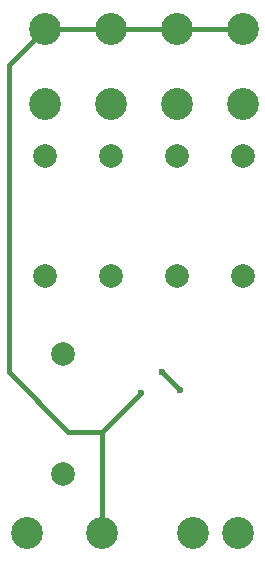
<source format=gbl>
G04 #@! TF.FileFunction,Copper,L2,Bot,Signal*
%FSLAX46Y46*%
G04 Gerber Fmt 4.6, Leading zero omitted, Abs format (unit mm)*
G04 Created by KiCad (PCBNEW 4.0.2-stable) date Tue 26 Jul 2016 12:19:11 AM CEST*
%MOMM*%
G01*
G04 APERTURE LIST*
%ADD10C,0.100000*%
%ADD11C,1.998980*%
%ADD12C,2.700000*%
%ADD13C,0.600000*%
%ADD14C,0.400000*%
G04 APERTURE END LIST*
D10*
D11*
X159020000Y-120840000D03*
X159020000Y-131000000D03*
X174244000Y-104140000D03*
X174244000Y-114300000D03*
X157480000Y-104140000D03*
X157480000Y-114300000D03*
X163068000Y-104140000D03*
X163068000Y-114300000D03*
X168656000Y-104140000D03*
X168656000Y-114300000D03*
D12*
X170000000Y-136000000D03*
X173810000Y-136000000D03*
X168656000Y-93345000D03*
X168656000Y-99695000D03*
X163068000Y-93345000D03*
X163068000Y-99695000D03*
X157480000Y-93345000D03*
X157480000Y-99695000D03*
X174244000Y-93345000D03*
X174244000Y-99695000D03*
X156000000Y-136000000D03*
X162350000Y-136000000D03*
D13*
X165632000Y-124182000D03*
X168910000Y-123952000D03*
X167386000Y-122428000D03*
D14*
X162350000Y-127464000D02*
X159468000Y-127464000D01*
X154432000Y-96393000D02*
X157480000Y-93345000D01*
X154432000Y-122428000D02*
X154432000Y-96393000D01*
X159468000Y-127464000D02*
X154432000Y-122428000D01*
X162350000Y-136000000D02*
X162350000Y-127464000D01*
X162350000Y-127464000D02*
X165632000Y-124182000D01*
X157480000Y-93345000D02*
X163068000Y-93345000D01*
X163068000Y-93345000D02*
X168656000Y-93345000D01*
X168656000Y-93345000D02*
X174244000Y-93345000D01*
X167386000Y-122428000D02*
X168910000Y-123952000D01*
M02*

</source>
